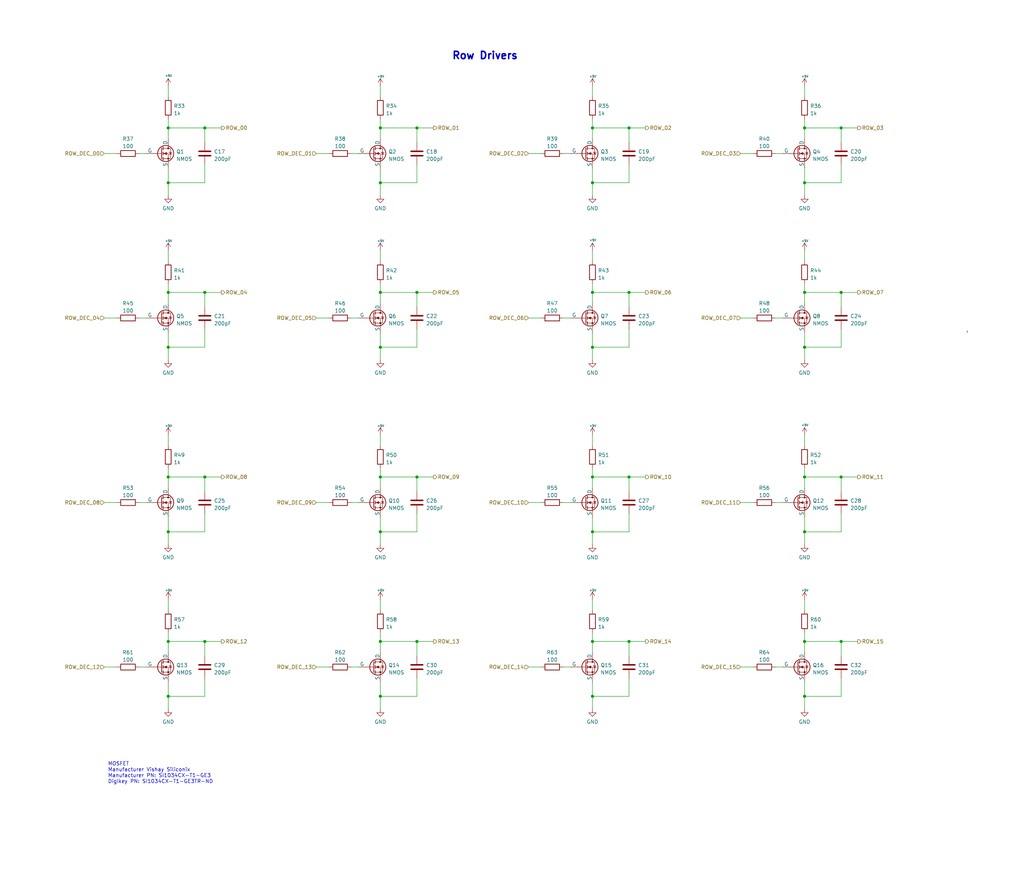
<source format=kicad_sch>
(kicad_sch (version 20250114) (generator "eeschema") (generator_version "9.0")
  (paper "User" 355.6 304.8)
  (lib_symbols
    (symbol "Device:C" (pin_numbers (hide yes)) (pin_names (offset 0.254))
      (property "Reference" "C" (at 0.635 2.54 0))
      (property "Value" "C" (at 0.635 -2.54 0))
      (symbol "C_0_1"
        (polyline (pts (xy -2.032 0.762) (xy 2.032 0.762)) (stroke (width 0.508)))
        (polyline (pts (xy -2.032 -0.762) (xy 2.032 -0.762)) (stroke (width 0.508)))
      )
      (symbol "C_1_1"
        (pin passive line (at 0 3.81 270) (length 2.794) (name "~") (number "1"))
        (pin passive line (at 0 -3.81 90) (length 2.794) (name "~") (number "2"))
      )
    )
    (symbol "Device:R" (pin_numbers (hide yes)) (pin_names (offset 0))
      (property "Reference" "R" (at 2.032 0 90))
      (property "Value" "R" (at 0 0 90))
      (symbol "R_0_1"
        (rectangle (start -1.016 -2.54) (end 1.016 2.54) (stroke (width 0.254)))
      )
      (symbol "R_1_1"
        (pin passive line (at 0 3.81 270) (length 1.27) (name "~") (number "1"))
        (pin passive line (at 0 -3.81 90) (length 1.27) (name "~") (number "2"))
      )
    )
    (symbol "panel_custom:NMOS" (pin_numbers (hide yes)) (pin_names (offset 0))
      (property "Reference" "Q" (at 5.08 1.27 0))
      (property "Value" "NMOS" (at 5.08 -1.27 0))
      (symbol "NMOS_0_1"
        (polyline (pts (xy 0.254 1.905) (xy 0.254 -1.905)) (stroke (width 0.254)))
        (polyline (pts (xy 0.254 0) (xy -2.54 0)))
        (polyline (pts (xy 0.762 2.286) (xy 0.762 1.27)) (stroke (width 0.254)))
        (polyline (pts (xy 0.762 0.508) (xy 0.762 -0.508)) (stroke (width 0.254)))
        (polyline (pts (xy 0.762 -1.27) (xy 0.762 -2.286)) (stroke (width 0.254)))
        (polyline (pts (xy 0.762 -1.778) (xy 3.302 -1.778) (xy 3.302 1.778) (xy 0.762 1.778)))
        (polyline (pts (xy 1.016 0) (xy 2.032 0.381) (xy 2.032 -0.381) (xy 1.016 0)) (fill (type outline)))
        (circle (center 1.651 0) (radius 2.794) (stroke (width 0.254)))
        (polyline (pts (xy 2.54 2.54) (xy 2.54 1.778)))
        (circle (center 2.54 1.778) (radius 0.254) (fill (type outline)))
        (circle (center 2.54 -1.778) (radius 0.254) (fill (type outline)))
        (polyline (pts (xy 2.54 -2.54) (xy 2.54 0) (xy 0.762 0)))
        (polyline (pts (xy 2.794 0.508) (xy 2.921 0.381) (xy 3.683 0.381) (xy 3.81 0.254)))
        (polyline (pts (xy 3.302 0.381) (xy 2.921 -0.254) (xy 3.683 -0.254) (xy 3.302 0.381)))
      )
      (symbol "NMOS_1_1"
        (pin input line (at -5.08 0 0) (length 2.54) (name "G") (number "2"))
        (pin passive line (at 2.54 5.08 270) (length 2.54) (name "D") (number "1"))
        (pin passive line (at 2.54 -5.08 90) (length 2.54) (name "S") (number "3"))
      )
    )
    (symbol "power:+5V" (power) (pin_names (offset 0))
      (property "Value" "+5V" (at 0 3.556 0))
      (symbol "+5V_0_1"
        (polyline (pts (xy -0.762 1.27) (xy 0 2.54)))
        (polyline (pts (xy 0 2.54) (xy 0.762 1.27)))
        (polyline (pts (xy 0 0) (xy 0 2.54)))
      )
      (symbol "+5V_1_1"
        (pin power_in line (at 0 0 90) (length 0) (hide yes) (name "+5V") (number "1"))
      )
    )
    (symbol "power:GND" (power) (pin_names (offset 0))
      (property "Value" "GND" (at 0 -3.81 0))
      (symbol "GND_0_1"
        (polyline (pts (xy 0 0) (xy 0 -1.27) (xy 1.27 -1.27) (xy 0 -2.54) (xy -1.27 -1.27) (xy 0 -1.27)))
      )
      (symbol "GND_1_1"
        (pin power_in line (at 0 0 270) (length 0) (hide yes) (name "GND") (number "1"))
      )
    )
  )
  (text "MOSFET\nManufacturer Vishay Siliconix\nManufacturer PN: SI1034CX-T1-GE3\nDigikey PN: SI1034CX-T1-GE3TR-ND\n" (at 37.465 272.415 0) (effects (font (size 1.27 1.27)) (justify left bottom)))
  (text "Row Drivers" (at 156.845 20.955 0) (effects (font (size 2.54 2.54) (thickness 0.508) (bold yes)) (justify left bottom)))
  (junction (at 71.12 165.735))
  (junction (at 292.1 165.735))
  (junction (at 144.78 44.45))
  (junction (at 205.74 241.935))
  (junction (at 205.74 44.45))
  (junction (at 144.78 101.6))
  (junction (at 58.42 184.785))
  (junction (at 132.08 184.785))
  (junction (at 144.78 222.885))
  (junction (at 132.08 165.735))
  (junction (at 279.4 222.885))
  (junction (at 132.08 63.5))
  (junction (at 58.42 63.5))
  (junction (at 205.74 184.785))
  (junction (at 279.4 120.65))
  (junction (at 58.42 241.935))
  (junction (at 132.08 101.6))
  (junction (at 132.08 44.45))
  (junction (at 58.42 222.885))
  (junction (at 205.74 165.735))
  (junction (at 279.4 241.935))
  (junction (at 71.12 222.885))
  (junction (at 279.4 63.5))
  (junction (at 58.42 165.735))
  (junction (at 279.4 165.735))
  (junction (at 205.74 120.65))
  (junction (at 132.08 222.885))
  (junction (at 279.4 101.6))
  (junction (at 58.42 44.45))
  (junction (at 71.12 44.45))
  (junction (at 218.44 101.6))
  (junction (at 279.4 44.45))
  (junction (at 218.44 44.45))
  (junction (at 132.08 241.935))
  (junction (at 292.1 222.885))
  (junction (at 279.4 184.785))
  (junction (at 218.44 165.735))
  (junction (at 132.08 120.65))
  (junction (at 292.1 44.45))
  (junction (at 205.74 63.5))
  (junction (at 71.12 101.6))
  (junction (at 144.78 165.735))
  (junction (at 292.1 101.6))
  (junction (at 205.74 222.885))
  (junction (at 58.42 101.6))
  (junction (at 58.42 120.65))
  (junction (at 205.74 101.6))
  (junction (at 218.44 222.885))
  (wire (pts (xy 144.78 222.885) (xy 150.495 222.885)))
  (wire (pts (xy 205.74 165.735) (xy 205.74 169.545)))
  (wire (pts (xy 58.42 29.845) (xy 58.42 33.655)))
  (wire (pts (xy 205.74 58.42) (xy 205.74 63.5)))
  (wire (pts (xy 205.74 222.885) (xy 218.44 222.885)))
  (wire (pts (xy 58.42 115.57) (xy 58.42 120.65)))
  (wire (pts (xy 218.44 241.935) (xy 218.44 235.585)))
  (wire (pts (xy 132.08 101.6) (xy 132.08 105.41)))
  (wire (pts (xy 279.4 165.735) (xy 292.1 165.735)))
  (wire (pts (xy 71.12 222.885) (xy 76.835 222.885)))
  (wire (pts (xy 58.42 151.13) (xy 58.42 154.94)))
  (wire (pts (xy 218.44 44.45) (xy 224.155 44.45)))
  (wire (pts (xy 205.74 208.28) (xy 205.74 212.09)))
  (wire (pts (xy 279.4 184.785) (xy 292.1 184.785)))
  (wire (pts (xy 109.855 110.49) (xy 114.3 110.49)))
  (wire (pts (xy 257.175 53.34) (xy 261.62 53.34)))
  (wire (pts (xy 132.08 44.45) (xy 144.78 44.45)))
  (wire (pts (xy 218.44 165.735) (xy 218.44 170.815)))
  (wire (pts (xy 58.42 44.45) (xy 58.42 48.26)))
  (wire (pts (xy 269.24 231.775) (xy 271.78 231.775)))
  (wire (pts (xy 144.78 165.735) (xy 144.78 170.815)))
  (wire (pts (xy 205.74 222.885) (xy 205.74 226.695)))
  (wire (pts (xy 109.855 174.625) (xy 114.3 174.625)))
  (wire (pts (xy 58.42 41.275) (xy 58.42 44.45)))
  (wire (pts (xy 279.4 222.885) (xy 292.1 222.885)))
  (wire (pts (xy 279.4 241.935) (xy 292.1 241.935)))
  (wire (pts (xy 132.08 222.885) (xy 132.08 226.695)))
  (wire (pts (xy 121.92 231.775) (xy 124.46 231.775)))
  (wire (pts (xy 132.08 165.735) (xy 144.78 165.735)))
  (wire (pts (xy 279.4 120.65) (xy 279.4 125.095)))
  (wire (pts (xy 132.08 162.56) (xy 132.08 165.735)))
  (wire (pts (xy 279.4 86.995) (xy 279.4 90.805)))
  (wire (pts (xy 58.42 44.45) (xy 71.12 44.45)))
  (wire (pts (xy 292.1 101.6) (xy 297.815 101.6)))
  (wire (pts (xy 292.1 184.785) (xy 292.1 178.435)))
  (wire (pts (xy 292.1 241.935) (xy 292.1 235.585)))
  (wire (pts (xy 132.08 98.425) (xy 132.08 101.6)))
  (wire (pts (xy 121.92 110.49) (xy 124.46 110.49)))
  (wire (pts (xy 292.1 165.735) (xy 292.1 170.815)))
  (wire (pts (xy 144.78 241.935) (xy 144.78 235.585)))
  (wire (pts (xy 292.1 44.45) (xy 292.1 49.53)))
  (wire (pts (xy 132.08 241.935) (xy 144.78 241.935)))
  (wire (pts (xy 205.74 44.45) (xy 218.44 44.45)))
  (wire (pts (xy 279.4 184.785) (xy 279.4 189.23)))
  (wire (pts (xy 205.74 86.995) (xy 205.74 90.805)))
  (wire (pts (xy 218.44 165.735) (xy 224.155 165.735)))
  (wire (pts (xy 205.74 184.785) (xy 205.74 189.23)))
  (wire (pts (xy 132.08 101.6) (xy 144.78 101.6)))
  (wire (pts (xy 58.42 179.705) (xy 58.42 184.785)))
  (wire (pts (xy 218.44 101.6) (xy 224.155 101.6)))
  (wire (pts (xy 58.42 86.995) (xy 58.42 90.805)))
  (wire (pts (xy 132.08 63.5) (xy 144.78 63.5)))
  (wire (pts (xy 71.12 241.935) (xy 71.12 235.585)))
  (wire (pts (xy 144.78 63.5) (xy 144.78 57.15)))
  (wire (pts (xy 269.24 53.34) (xy 271.78 53.34)))
  (wire (pts (xy 36.195 53.34) (xy 40.64 53.34)))
  (wire (pts (xy 58.42 184.785) (xy 71.12 184.785)))
  (wire (pts (xy 132.08 236.855) (xy 132.08 241.935)))
  (wire (pts (xy 279.4 162.56) (xy 279.4 165.735)))
  (wire (pts (xy 292.1 165.735) (xy 297.815 165.735)))
  (wire (pts (xy 58.42 241.935) (xy 71.12 241.935)))
  (wire (pts (xy 132.08 120.65) (xy 132.08 125.095)))
  (wire (pts (xy 132.08 184.785) (xy 132.08 189.23)))
  (wire (pts (xy 218.44 222.885) (xy 224.155 222.885)))
  (wire (pts (xy 71.12 44.45) (xy 76.835 44.45)))
  (wire (pts (xy 218.44 63.5) (xy 218.44 57.15)))
  (wire (pts (xy 48.26 231.775) (xy 50.8 231.775)))
  (wire (pts (xy 144.78 101.6) (xy 150.495 101.6)))
  (wire (pts (xy 58.42 63.5) (xy 58.42 67.945)))
  (wire (pts (xy 205.74 44.45) (xy 205.74 48.26)))
  (wire (pts (xy 71.12 165.735) (xy 76.835 165.735)))
  (wire (pts (xy 257.175 174.625) (xy 261.62 174.625)))
  (wire (pts (xy 257.175 231.775) (xy 261.62 231.775)))
  (wire (pts (xy 58.42 58.42) (xy 58.42 63.5)))
  (wire (pts (xy 279.4 241.935) (xy 279.4 246.38)))
  (wire (pts (xy 205.74 120.65) (xy 205.74 125.095)))
  (wire (pts (xy 279.4 222.885) (xy 279.4 226.695)))
  (wire (pts (xy 257.175 110.49) (xy 261.62 110.49)))
  (wire (pts (xy 109.855 53.34) (xy 114.3 53.34)))
  (wire (pts (xy 58.42 184.785) (xy 58.42 189.23)))
  (wire (pts (xy 279.4 44.45) (xy 292.1 44.45)))
  (wire (pts (xy 144.78 44.45) (xy 144.78 49.53)))
  (wire (pts (xy 205.74 29.845) (xy 205.74 33.655)))
  (wire (pts (xy 205.74 101.6) (xy 205.74 105.41)))
  (wire (pts (xy 195.58 231.775) (xy 198.12 231.775)))
  (wire (pts (xy 205.74 162.56) (xy 205.74 165.735)))
  (wire (pts (xy 132.08 184.785) (xy 144.78 184.785)))
  (wire (pts (xy 144.78 44.45) (xy 150.495 44.45)))
  (wire (pts (xy 58.42 241.935) (xy 58.42 246.38)))
  (wire (pts (xy 132.08 222.885) (xy 144.78 222.885)))
  (wire (pts (xy 205.74 63.5) (xy 205.74 67.945)))
  (wire (pts (xy 48.26 174.625) (xy 50.8 174.625)))
  (wire (pts (xy 58.42 101.6) (xy 58.42 105.41)))
  (wire (pts (xy 205.74 179.705) (xy 205.74 184.785)))
  (wire (pts (xy 58.42 236.855) (xy 58.42 241.935)))
  (wire (pts (xy 279.4 101.6) (xy 279.4 105.41)))
  (wire (pts (xy 71.12 222.885) (xy 71.12 227.965)))
  (wire (pts (xy 36.195 110.49) (xy 40.64 110.49)))
  (wire (pts (xy 279.4 44.45) (xy 279.4 48.26)))
  (wire (pts (xy 205.74 241.935) (xy 218.44 241.935)))
  (wire (pts (xy 279.4 151.13) (xy 279.4 154.94)))
  (wire (pts (xy 269.24 174.625) (xy 271.78 174.625)))
  (wire (pts (xy 279.4 208.28) (xy 279.4 212.09)))
  (wire (pts (xy 279.4 115.57) (xy 279.4 120.65)))
  (wire (pts (xy 205.74 120.65) (xy 218.44 120.65)))
  (wire (pts (xy 58.42 120.65) (xy 58.42 125.095)))
  (wire (pts (xy 48.26 110.49) (xy 50.8 110.49)))
  (wire (pts (xy 269.24 110.49) (xy 271.78 110.49)))
  (wire (pts (xy 205.74 165.735) (xy 218.44 165.735)))
  (wire (pts (xy 292.1 44.45) (xy 297.815 44.45)))
  (polyline (pts (xy 335.915 114.935) (xy 335.915 115.57)))
  (wire (pts (xy 58.42 98.425) (xy 58.42 101.6)))
  (wire (pts (xy 205.74 41.275) (xy 205.74 44.45)))
  (wire (pts (xy 132.08 41.275) (xy 132.08 44.45)))
  (wire (pts (xy 279.4 63.5) (xy 279.4 67.945)))
  (wire (pts (xy 58.42 162.56) (xy 58.42 165.735)))
  (wire (pts (xy 58.42 120.65) (xy 71.12 120.65)))
  (wire (pts (xy 292.1 120.65) (xy 292.1 114.3)))
  (wire (pts (xy 195.58 110.49) (xy 198.12 110.49)))
  (wire (pts (xy 279.4 236.855) (xy 279.4 241.935)))
  (wire (pts (xy 205.74 219.71) (xy 205.74 222.885)))
  (wire (pts (xy 183.515 174.625) (xy 187.96 174.625)))
  (wire (pts (xy 205.74 151.13) (xy 205.74 154.94)))
  (wire (pts (xy 205.74 63.5) (xy 218.44 63.5)))
  (wire (pts (xy 218.44 101.6) (xy 218.44 106.68)))
  (wire (pts (xy 279.4 63.5) (xy 292.1 63.5)))
  (wire (pts (xy 48.26 53.34) (xy 50.8 53.34)))
  (wire (pts (xy 218.44 120.65) (xy 218.44 114.3)))
  (wire (pts (xy 279.4 41.275) (xy 279.4 44.45)))
  (wire (pts (xy 71.12 44.45) (xy 71.12 49.53)))
  (wire (pts (xy 71.12 165.735) (xy 71.12 170.815)))
  (wire (pts (xy 121.92 53.34) (xy 124.46 53.34)))
  (wire (pts (xy 279.4 179.705) (xy 279.4 184.785)))
  (wire (pts (xy 279.4 98.425) (xy 279.4 101.6)))
  (wire (pts (xy 132.08 208.28) (xy 132.08 212.09)))
  (wire (pts (xy 132.08 151.13) (xy 132.08 154.94)))
  (wire (pts (xy 279.4 101.6) (xy 292.1 101.6)))
  (wire (pts (xy 132.08 179.705) (xy 132.08 184.785)))
  (wire (pts (xy 292.1 222.885) (xy 292.1 227.965)))
  (wire (pts (xy 132.08 120.65) (xy 144.78 120.65)))
  (wire (pts (xy 144.78 222.885) (xy 144.78 227.965)))
  (wire (pts (xy 218.44 222.885) (xy 218.44 227.965)))
  (wire (pts (xy 132.08 29.845) (xy 132.08 33.655)))
  (wire (pts (xy 58.42 165.735) (xy 71.12 165.735)))
  (wire (pts (xy 71.12 184.785) (xy 71.12 178.435)))
  (wire (pts (xy 58.42 222.885) (xy 58.42 226.695)))
  (wire (pts (xy 218.44 44.45) (xy 218.44 49.53)))
  (wire (pts (xy 205.74 184.785) (xy 218.44 184.785)))
  (wire (pts (xy 144.78 101.6) (xy 144.78 106.68)))
  (wire (pts (xy 132.08 241.935) (xy 132.08 246.38)))
  (wire (pts (xy 205.74 101.6) (xy 218.44 101.6)))
  (wire (pts (xy 58.42 219.71) (xy 58.42 222.885)))
  (wire (pts (xy 132.08 219.71) (xy 132.08 222.885)))
  (wire (pts (xy 71.12 101.6) (xy 76.835 101.6)))
  (wire (pts (xy 36.195 231.775) (xy 40.64 231.775)))
  (wire (pts (xy 205.74 98.425) (xy 205.74 101.6)))
  (wire (pts (xy 205.74 241.935) (xy 205.74 246.38)))
  (wire (pts (xy 109.855 231.775) (xy 114.3 231.775)))
  (wire (pts (xy 279.4 120.65) (xy 292.1 120.65)))
  (wire (pts (xy 279.4 219.71) (xy 279.4 222.885)))
  (wire (pts (xy 218.44 184.785) (xy 218.44 178.435)))
  (wire (pts (xy 144.78 120.65) (xy 144.78 114.3)))
  (wire (pts (xy 183.515 231.775) (xy 187.96 231.775)))
  (wire (pts (xy 279.4 58.42) (xy 279.4 63.5)))
  (wire (pts (xy 132.08 44.45) (xy 132.08 48.26)))
  (wire (pts (xy 71.12 63.5) (xy 71.12 57.15)))
  (wire (pts (xy 205.74 236.855) (xy 205.74 241.935)))
  (wire (pts (xy 36.195 174.625) (xy 40.64 174.625)))
  (wire (pts (xy 121.92 174.625) (xy 124.46 174.625)))
  (wire (pts (xy 58.42 208.28) (xy 58.42 212.09)))
  (wire (pts (xy 292.1 222.885) (xy 297.815 222.885)))
  (wire (pts (xy 132.08 165.735) (xy 132.08 169.545)))
  (wire (pts (xy 132.08 63.5) (xy 132.08 67.945)))
  (wire (pts (xy 279.4 165.735) (xy 279.4 169.545)))
  (wire (pts (xy 132.08 58.42) (xy 132.08 63.5)))
  (wire (pts (xy 144.78 184.785) (xy 144.78 178.435)))
  (wire (pts (xy 58.42 222.885) (xy 71.12 222.885)))
  (wire (pts (xy 279.4 29.845) (xy 279.4 33.655)))
  (wire (pts (xy 132.08 86.995) (xy 132.08 90.805)))
  (wire (pts (xy 183.515 110.49) (xy 187.96 110.49)))
  (wire (pts (xy 195.58 53.34) (xy 198.12 53.34)))
  (wire (pts (xy 292.1 63.5) (xy 292.1 57.15)))
  (wire (pts (xy 71.12 101.6) (xy 71.12 106.68)))
  (wire (pts (xy 58.42 165.735) (xy 58.42 169.545)))
  (wire (pts (xy 58.42 101.6) (xy 71.12 101.6)))
  (wire (pts (xy 144.78 165.735) (xy 150.495 165.735)))
  (wire (pts (xy 58.42 63.5) (xy 71.12 63.5)))
  (wire (pts (xy 132.08 115.57) (xy 132.08 120.65)))
  (wire (pts (xy 292.1 101.6) (xy 292.1 106.68)))
  (wire (pts (xy 183.515 53.34) (xy 187.96 53.34)))
  (wire (pts (xy 71.12 120.65) (xy 71.12 114.3)))
  (wire (pts (xy 195.58 174.625) (xy 198.12 174.625)))
  (wire (pts (xy 205.74 115.57) (xy 205.74 120.65)))
  (hierarchical_label "ROW_DEC_07" (shape input) (at 257.175 110.49 180))
  (hierarchical_label "ROW_13" (shape output) (at 150.495 222.885 0))
  (hierarchical_label "ROW_DEC_06" (shape input) (at 183.515 110.49 180))
  (hierarchical_label "ROW_10" (shape output) (at 224.155 165.735 0))
  (hierarchical_label "ROW_DEC_08" (shape input) (at 36.195 174.625 180))
  (hierarchical_label "ROW_DEC_15" (shape input) (at 257.175 231.775 180))
  (hierarchical_label "ROW_DEC_14" (shape input) (at 183.515 231.775 180))
  (hierarchical_label "ROW_DEC_05" (shape input) (at 109.855 110.49 180))
  (hierarchical_label "ROW_DEC_09" (shape input) (at 109.855 174.625 180))
  (hierarchical_label "ROW_DEC_11" (shape input) (at 257.175 174.625 180))
  (hierarchical_label "ROW_02" (shape output) (at 224.155 44.45 0))
  (hierarchical_label "ROW_DEC_01" (shape input) (at 109.855 53.34 180))
  (hierarchical_label "ROW_09" (shape output) (at 150.495 165.735 0))
  (hierarchical_label "ROW_DEC_10" (shape input) (at 183.515 174.625 180))
  (hierarchical_label "ROW_15" (shape output) (at 297.815 222.885 0))
  (hierarchical_label "ROW_08" (shape output) (at 76.835 165.735 0))
  (hierarchical_label "ROW_04" (shape output) (at 76.835 101.6 0))
  (hierarchical_label "ROW_DEC_04" (shape input) (at 36.195 110.49 180))
  (hierarchical_label "ROW_01" (shape output) (at 150.495 44.45 0))
  (hierarchical_label "ROW_DEC_00" (shape input) (at 36.195 53.34 180))
  (hierarchical_label "ROW_03" (shape output) (at 297.815 44.45 0))
  (hierarchical_label "ROW_07" (shape output) (at 297.815 101.6 0))
  (hierarchical_label "ROW_11" (shape output) (at 297.815 165.735 0))
  (hierarchical_label "ROW_00" (shape output) (at 76.835 44.45 0))
  (hierarchical_label "ROW_DEC_12" (shape input) (at 36.195 231.775 180))
  (hierarchical_label "ROW_14" (shape output) (at 224.155 222.885 0))
  (hierarchical_label "ROW_DEC_13" (shape input) (at 109.855 231.775 180))
  (hierarchical_label "ROW_12" (shape output) (at 76.835 222.885 0))
  (hierarchical_label "ROW_DEC_02" (shape input) (at 183.515 53.34 180))
  (hierarchical_label "ROW_DEC_03" (shape input) (at 257.175 53.34 180))
  (hierarchical_label "ROW_06" (shape output) (at 224.155 101.6 0))
  (hierarchical_label "ROW_05" (shape output) (at 150.495 101.6 0))
  (symbol (lib_id "Device:C") (at 218.44 110.49 0) (unit 1)
    (property "Reference" "C23" (at 221.615 109.855 0) (effects (justify left)))
    (property "Value" "200pF" (at 221.615 112.395 0) (effects (justify left)))
    (property "Footprint" "panel_custom:C_0201_0603Metric" (effects (hide yes)))
  )
  (symbol (lib_id "power:+5V") (at 58.42 86.995 0) (unit 1)
    (property "Reference" "#PWR026" (effects (hide yes)))
    (property "Value" "+5V" (at 58.547 83.693 0) (effects (font (size 0.762 0.762))))
    (instances (project "panel" (path "" (reference "#PWR021") (unit 1)) (path "" (reference "#PWR026") (unit 1))))
  )
  (symbol (lib_id "power:GND") (at 132.08 246.38 0) (unit 1)
    (property "Reference" "#PWR047" (effects (hide yes)))
    (property "Value" "GND" (at 132.08 250.825 0))
    (instances (project "panel" (path "" (reference "#PWR020") (unit 1)) (path "" (reference "#PWR047") (unit 1))))
  )
  (symbol (lib_id "panel_custom:NMOS") (at 55.88 53.34 0) (unit 1)
    (property "Reference" "Q1" (at 61.214 52.705 0) (effects (justify left)))
    (property "Value" "NMOS" (at 61.214 55.245 0) (effects (justify left)))
    (property "Sim.Device" "NMOS" (effects (hide yes)))
    (property "Sim.Type" "VDMOS" (effects (hide yes)))
    (property "Sim.Pins" "1=D 2=G 3=S" (effects (hide yes)))
  )
  (symbol (lib_id "panel_custom:NMOS") (at 276.86 231.775 0) (unit 1)
    (property "Reference" "Q16" (at 282.194 231.14 0) (effects (justify left)))
    (property "Value" "NMOS" (at 282.194 233.68 0) (effects (justify left)))
    (property "Sim.Device" "NMOS" (effects (hide yes)))
    (property "Sim.Type" "VDMOS" (effects (hide yes)))
    (property "Sim.Pins" "1=D 2=G 3=S" (effects (hide yes)))
  )
  (symbol (lib_id "panel_custom:NMOS") (at 203.2 110.49 0) (unit 1)
    (property "Reference" "Q7" (at 208.534 109.855 0) (effects (justify left)))
    (property "Value" "NMOS" (at 208.534 112.395 0) (effects (justify left)))
    (property "Sim.Device" "NMOS" (effects (hide yes)))
    (property "Sim.Type" "VDMOS" (effects (hide yes)))
    (property "Sim.Pins" "1=D 2=G 3=S" (effects (hide yes)))
  )
  (symbol (lib_id "Device:R") (at 191.77 174.625 90) (unit 1)
    (property "Reference" "R55" (at 191.77 169.545 90))
    (property "Value" "100" (at 191.77 172.085 90))
    (property "Footprint" "panel_custom:R_0201_0603Metric" (effects (hide yes)))
  )
  (symbol (lib_id "Device:R") (at 118.11 174.625 90) (unit 1)
    (property "Reference" "R54" (at 118.11 169.545 90))
    (property "Value" "100" (at 118.11 172.085 90))
    (property "Footprint" "panel_custom:R_0201_0603Metric" (effects (hide yes)))
  )
  (symbol (lib_id "Device:C") (at 71.12 53.34 0) (unit 1)
    (property "Reference" "C17" (at 74.295 52.705 0) (effects (justify left)))
    (property "Value" "200pF" (at 74.295 55.245 0) (effects (justify left)))
    (property "Footprint" "panel_custom:C_0201_0603Metric" (effects (hide yes)))
  )
  (symbol (lib_id "Device:R") (at 265.43 231.775 90) (unit 1)
    (property "Reference" "R64" (at 265.43 226.695 90))
    (property "Value" "100" (at 265.43 229.235 90))
    (property "Footprint" "panel_custom:R_0201_0603Metric" (effects (hide yes)))
  )
  (symbol (lib_id "power:GND") (at 132.08 125.095 0) (unit 1)
    (property "Reference" "#PWR031" (effects (hide yes)))
    (property "Value" "GND" (at 132.08 129.54 0))
    (instances (project "panel" (path "" (reference "#PWR036") (unit 1)) (path "" (reference "#PWR031") (unit 1))))
  )
  (symbol (lib_id "panel_custom:NMOS") (at 203.2 231.775 0) (unit 1)
    (property "Reference" "Q15" (at 208.534 231.14 0) (effects (justify left)))
    (property "Value" "NMOS" (at 208.534 233.68 0) (effects (justify left)))
    (property "Sim.Device" "NMOS" (effects (hide yes)))
    (property "Sim.Type" "VDMOS" (effects (hide yes)))
    (property "Sim.Pins" "1=D 2=G 3=S" (effects (hide yes)))
  )
  (symbol (lib_id "Device:R") (at 205.74 94.615 0) (unit 1)
    (property "Reference" "R43" (at 207.645 93.98 0) (effects (justify left)))
    (property "Value" "1k" (at 207.645 96.52 0) (effects (justify left)))
    (property "Footprint" "panel_custom:R_0201_0603Metric" (effects (hide yes)))
  )
  (symbol (lib_id "power:+5V") (at 58.42 208.28 0) (unit 1)
    (property "Reference" "#PWR042" (effects (hide yes)))
    (property "Value" "+5V" (at 58.547 205.105 0) (effects (font (size 0.762 0.762))))
    (instances (project "panel" (path "" (reference "#PWR025") (unit 1)) (path "" (reference "#PWR042") (unit 1))))
  )
  (symbol (lib_id "power:GND") (at 205.74 67.945 0) (unit 1)
    (property "Reference" "#PWR024" (effects (hide yes)))
    (property "Value" "GND" (at 205.74 72.39 0))
    (instances (project "panel" (path "" (reference "#PWR046") (unit 1)) (path "" (reference "#PWR024") (unit 1))))
  )
  (symbol (lib_id "Device:R") (at 58.42 94.615 0) (unit 1)
    (property "Reference" "R41" (at 60.325 93.98 0) (effects (justify left)))
    (property "Value" "1k" (at 60.325 96.52 0) (effects (justify left)))
    (property "Footprint" "panel_custom:R_0201_0603Metric" (effects (hide yes)))
  )
  (symbol (lib_id "power:+5V") (at 279.4 86.995 0) (unit 1)
    (property "Reference" "#PWR029" (effects (hide yes)))
    (property "Value" "+5V" (at 279.527 83.693 0) (effects (font (size 0.762 0.762))))
    (instances (project "panel" (path "" (reference "#PWR045") (unit 1)) (path "" (reference "#PWR029") (unit 1))))
  )
  (symbol (lib_id "power:+5V") (at 132.08 151.13 0) (unit 1)
    (property "Reference" "#PWR035" (effects (hide yes)))
    (property "Value" "+5V" (at 132.207 147.955 0) (effects (font (size 0.762 0.762))))
    (instances (project "panel" (path "" (reference "#PWR031") (unit 1)) (path "" (reference "#PWR035") (unit 1))))
  )
  (symbol (lib_id "Device:R") (at 44.45 53.34 90) (unit 1)
    (property "Reference" "R37" (at 44.45 48.26 90))
    (property "Value" "100" (at 44.45 50.8 90))
    (property "Footprint" "panel_custom:R_0201_0603Metric" (effects (hide yes)))
  )
  (symbol (lib_id "Device:C") (at 218.44 231.775 0) (unit 1)
    (property "Reference" "C31" (at 221.615 231.14 0) (effects (justify left)))
    (property "Value" "200pF" (at 221.615 233.68 0) (effects (justify left)))
    (property "Footprint" "panel_custom:C_0201_0603Metric" (effects (hide yes)))
  )
  (symbol (lib_id "Device:R") (at 279.4 94.615 0) (unit 1)
    (property "Reference" "R44" (at 281.305 93.98 0) (effects (justify left)))
    (property "Value" "1k" (at 281.305 96.52 0) (effects (justify left)))
    (property "Footprint" "panel_custom:R_0201_0603Metric" (effects (hide yes)))
  )
  (symbol (lib_id "Device:R") (at 279.4 37.465 0) (unit 1)
    (property "Reference" "R36" (at 281.305 36.83 0) (effects (justify left)))
    (property "Value" "1k" (at 281.305 39.37 0) (effects (justify left)))
    (property "Footprint" "panel_custom:R_0201_0603Metric" (effects (hide yes)))
  )
  (symbol (lib_id "panel_custom:NMOS") (at 203.2 53.34 0) (unit 1)
    (property "Reference" "Q3" (at 208.534 52.705 0) (effects (justify left)))
    (property "Value" "NMOS" (at 208.534 55.245 0) (effects (justify left)))
    (property "Sim.Device" "NMOS" (effects (hide yes)))
    (property "Sim.Type" "VDMOS" (effects (hide yes)))
    (property "Sim.Pins" "1=D 2=G 3=S" (effects (hide yes)))
  )
  (symbol (lib_id "Device:R") (at 205.74 215.9 0) (unit 1)
    (property "Reference" "R59" (at 207.645 215.265 0) (effects (justify left)))
    (property "Value" "1k" (at 207.645 217.805 0) (effects (justify left)))
    (property "Footprint" "panel_custom:R_0201_0603Metric" (effects (hide yes)))
  )
  (symbol (lib_id "panel_custom:NMOS") (at 276.86 174.625 0) (unit 1)
    (property "Reference" "Q12" (at 282.194 173.99 0) (effects (justify left)))
    (property "Value" "NMOS" (at 282.194 176.53 0) (effects (justify left)))
    (property "Sim.Device" "NMOS" (effects (hide yes)))
    (property "Sim.Type" "VDMOS" (effects (hide yes)))
    (property "Sim.Pins" "1=D 2=G 3=S" (effects (hide yes)))
  )
  (symbol (lib_id "panel_custom:NMOS") (at 129.54 53.34 0) (unit 1)
    (property "Reference" "Q2" (at 134.874 52.705 0) (effects (justify left)))
    (property "Value" "NMOS" (at 134.874 55.245 0) (effects (justify left)))
    (property "Sim.Device" "NMOS" (effects (hide yes)))
    (property "Sim.Type" "VDMOS" (effects (hide yes)))
    (property "Sim.Pins" "1=D 2=G 3=S" (effects (hide yes)))
  )
  (symbol (lib_id "Device:R") (at 279.4 158.75 0) (unit 1)
    (property "Reference" "R52" (at 281.305 158.115 0) (effects (justify left)))
    (property "Value" "1k" (at 281.305 160.655 0) (effects (justify left)))
    (property "Footprint" "panel_custom:R_0201_0603Metric" (effects (hide yes)))
  )
  (symbol (lib_id "power:GND") (at 279.4 246.38 0) (unit 1)
    (property "Reference" "#PWR049" (effects (hide yes)))
    (property "Value" "GND" (at 279.4 250.825 0))
    (instances (project "panel" (path "" (reference "#PWR024") (unit 1)) (path "" (reference "#PWR049") (unit 1))))
  )
  (symbol (lib_id "power:GND") (at 58.42 67.945 0) (unit 1)
    (property "Reference" "#PWR022" (effects (hide yes)))
    (property "Value" "GND" (at 58.42 72.39 0))
    (instances (project "panel" (path "" (reference "#PWR042") (unit 1)) (path "" (reference "#PWR022") (unit 1))))
  )
  (symbol (lib_id "Device:C") (at 292.1 53.34 0) (unit 1)
    (property "Reference" "C20" (at 295.275 52.705 0) (effects (justify left)))
    (property "Value" "200pF" (at 295.275 55.245 0) (effects (justify left)))
    (property "Footprint" "panel_custom:C_0201_0603Metric" (effects (hide yes)))
  )
  (symbol (lib_id "Device:C") (at 218.44 53.34 0) (unit 1)
    (property "Reference" "C19" (at 221.615 52.705 0) (effects (justify left)))
    (property "Value" "200pF" (at 221.615 55.245 0) (effects (justify left)))
    (property "Footprint" "panel_custom:C_0201_0603Metric" (effects (hide yes)))
  )
  (symbol (lib_id "Device:C") (at 71.12 231.775 0) (unit 1)
    (property "Reference" "C29" (at 74.295 231.14 0) (effects (justify left)))
    (property "Value" "200pF" (at 74.295 233.68 0) (effects (justify left)))
    (property "Footprint" "panel_custom:C_0201_0603Metric" (effects (hide yes)))
  )
  (symbol (lib_id "power:GND") (at 58.42 125.095 0) (unit 1)
    (property "Reference" "#PWR030" (effects (hide yes)))
    (property "Value" "GND" (at 58.42 129.54 0))
    (instances (project "panel" (path "" (reference "#PWR034") (unit 1)) (path "" (reference "#PWR030") (unit 1))))
  )
  (symbol (lib_id "Device:C") (at 144.78 53.34 0) (unit 1)
    (property "Reference" "C18" (at 147.955 52.705 0) (effects (justify left)))
    (property "Value" "200pF" (at 147.955 55.245 0) (effects (justify left)))
    (property "Footprint" "panel_custom:C_0201_0603Metric" (effects (hide yes)))
  )
  (symbol (lib_id "power:GND") (at 205.74 246.38 0) (unit 1)
    (property "Reference" "#PWR048" (effects (hide yes)))
    (property "Value" "GND" (at 205.74 250.825 0))
    (instances (project "panel" (path "" (reference "#PWR022") (unit 1)) (path "" (reference "#PWR048") (unit 1))))
  )
  (symbol (lib_id "power:GND") (at 132.08 67.945 0) (unit 1)
    (property "Reference" "#PWR023" (effects (hide yes)))
    (property "Value" "GND" (at 132.08 72.39 0))
    (instances (project "panel" (path "" (reference "#PWR044") (unit 1)) (path "" (reference "#PWR023") (unit 1))))
  )
  (symbol (lib_id "Device:R") (at 132.08 94.615 0) (unit 1)
    (property "Reference" "R42" (at 133.985 93.98 0) (effects (justify left)))
    (property "Value" "1k" (at 133.985 96.52 0) (effects (justify left)))
    (property "Footprint" "panel_custom:R_0201_0603Metric" (effects (hide yes)))
  )
  (symbol (lib_id "Device:R") (at 265.43 174.625 90) (unit 1)
    (property "Reference" "R56" (at 265.43 169.545 90))
    (property "Value" "100" (at 265.43 172.085 90))
    (property "Footprint" "panel_custom:R_0201_0603Metric" (effects (hide yes)))
  )
  (symbol (lib_id "power:GND") (at 205.74 125.095 0) (unit 1)
    (property "Reference" "#PWR032" (effects (hide yes)))
    (property "Value" "GND" (at 205.74 129.54 0))
    (instances (project "panel" (path "" (reference "#PWR038") (unit 1)) (path "" (reference "#PWR032") (unit 1))))
  )
  (symbol (lib_id "Device:C") (at 292.1 110.49 0) (unit 1)
    (property "Reference" "C24" (at 295.275 109.855 0) (effects (justify left)))
    (property "Value" "200pF" (at 295.275 112.395 0) (effects (justify left)))
    (property "Footprint" "panel_custom:C_0201_0603Metric" (effects (hide yes)))
  )
  (symbol (lib_id "Device:R") (at 191.77 231.775 90) (unit 1)
    (property "Reference" "R63" (at 191.77 226.695 90))
    (property "Value" "100" (at 191.77 229.235 90))
    (property "Footprint" "panel_custom:R_0201_0603Metric" (effects (hide yes)))
  )
  (symbol (lib_id "Device:R") (at 58.42 37.465 0) (unit 1)
    (property "Reference" "R33" (at 60.325 36.83 0) (effects (justify left)))
    (property "Value" "1k" (at 60.325 39.37 0) (effects (justify left)))
    (property "Footprint" "panel_custom:R_0201_0603Metric" (effects (hide yes)))
  )
  (symbol (lib_id "panel_custom:NMOS") (at 55.88 174.625 0) (unit 1)
    (property "Reference" "Q9" (at 61.214 173.99 0) (effects (justify left)))
    (property "Value" "NMOS" (at 61.214 176.53 0) (effects (justify left)))
    (property "Sim.Device" "NMOS" (effects (hide yes)))
    (property "Sim.Type" "VDMOS" (effects (hide yes)))
    (property "Sim.Pins" "1=D 2=G 3=S" (effects (hide yes)))
  )
  (symbol (lib_id "power:+5V") (at 279.4 151.13 0) (unit 1)
    (property "Reference" "#PWR037" (effects (hide yes)))
    (property "Value" "+5V" (at 279.527 147.701 0) (effects (font (size 0.762 0.762))))
    (instances (project "panel" (path "" (reference "#PWR047") (unit 1)) (path "" (reference "#PWR037") (unit 1))))
  )
  (symbol (lib_id "Device:R") (at 205.74 37.465 0) (unit 1)
    (property "Reference" "R35" (at 207.645 36.83 0) (effects (justify left)))
    (property "Value" "1k" (at 207.645 39.37 0) (effects (justify left)))
    (property "Footprint" "panel_custom:R_0201_0603Metric" (effects (hide yes)))
  )
  (symbol (lib_id "Device:R") (at 279.4 215.9 0) (unit 1)
    (property "Reference" "R60" (at 281.305 215.265 0) (effects (justify left)))
    (property "Value" "1k" (at 281.305 217.805 0) (effects (justify left)))
    (property "Footprint" "panel_custom:R_0201_0603Metric" (effects (hide yes)))
  )
  (symbol (lib_id "power:+5V") (at 132.08 86.995 0) (unit 1)
    (property "Reference" "#PWR027" (effects (hide yes)))
    (property "Value" "+5V" (at 132.207 83.693 0) (effects (font (size 0.762 0.762))))
    (instances (project "panel" (path "" (reference "#PWR029") (unit 1)) (path "" (reference "#PWR027") (unit 1))))
  )
  (symbol (lib_id "Device:C") (at 292.1 174.625 0) (unit 1)
    (property "Reference" "C28" (at 295.275 173.99 0) (effects (justify left)))
    (property "Value" "200pF" (at 295.275 176.53 0) (effects (justify left)))
    (property "Footprint" "panel_custom:C_0201_0603Metric" (effects (hide yes)))
  )
  (symbol (lib_id "panel_custom:NMOS") (at 276.86 110.49 0) (unit 1)
    (property "Reference" "Q8" (at 282.194 109.855 0) (effects (justify left)))
    (property "Value" "NMOS" (at 282.194 112.395 0) (effects (justify left)))
    (property "Sim.Device" "NMOS" (effects (hide yes)))
    (property "Sim.Type" "VDMOS" (effects (hide yes)))
    (property "Sim.Pins" "1=D 2=G 3=S" (effects (hide yes)))
  )
  (symbol (lib_id "panel_custom:NMOS") (at 129.54 174.625 0) (unit 1)
    (property "Reference" "Q10" (at 134.874 173.99 0) (effects (justify left)))
    (property "Value" "NMOS" (at 134.874 176.53 0) (effects (justify left)))
    (property "Sim.Device" "NMOS" (effects (hide yes)))
    (property "Sim.Type" "VDMOS" (effects (hide yes)))
    (property "Sim.Pins" "1=D 2=G 3=S" (effects (hide yes)))
  )
  (symbol (lib_id "Device:R") (at 58.42 158.75 0) (unit 1)
    (property "Reference" "R49" (at 60.325 158.115 0) (effects (justify left)))
    (property "Value" "1k" (at 60.325 160.655 0) (effects (justify left)))
    (property "Footprint" "panel_custom:R_0201_0603Metric" (effects (hide yes)))
  )
  (symbol (lib_id "power:GND") (at 58.42 189.23 0) (unit 1)
    (property "Reference" "#PWR038" (effects (hide yes)))
    (property "Value" "GND" (at 58.42 193.675 0))
    (instances (project "panel" (path "" (reference "#PWR026") (unit 1)) (path "" (reference "#PWR038") (unit 1))))
  )
  (symbol (lib_id "power:+5V") (at 205.74 29.845 0) (unit 1)
    (property "Reference" "#PWR020" (effects (hide yes)))
    (property "Value" "+5V" (at 205.867 26.543 0) (effects (font (size 0.762 0.762))))
    (instances (project "panel" (path "" (reference "#PWR035") (unit 1)) (path "" (reference "#PWR020") (unit 1))))
  )
  (symbol (lib_id "Device:R") (at 191.77 53.34 90) (unit 1)
    (property "Reference" "R39" (at 191.77 48.26 90))
    (property "Value" "100" (at 191.77 50.8 90))
    (property "Footprint" "panel_custom:R_0201_0603Metric" (effects (hide yes)))
  )
  (symbol (lib_id "panel_custom:NMOS") (at 129.54 231.775 0) (unit 1)
    (property "Reference" "Q14" (at 134.874 231.14 0) (effects (justify left)))
    (property "Value" "NMOS" (at 134.874 233.68 0) (effects (justify left)))
    (property "Sim.Device" "NMOS" (effects (hide yes)))
    (property "Sim.Type" "VDMOS" (effects (hide yes)))
    (property "Sim.Pins" "1=D 2=G 3=S" (effects (hide yes)))
  )
  (symbol (lib_id "Device:C") (at 71.12 110.49 0) (unit 1)
    (property "Reference" "C21" (at 74.295 109.855 0) (effects (justify left)))
    (property "Value" "200pF" (at 74.295 112.395 0) (effects (justify left)))
    (property "Footprint" "panel_custom:C_0201_0603Metric" (effects (hide yes)))
  )
  (symbol (lib_id "Device:R") (at 58.42 215.9 0) (unit 1)
    (property "Reference" "R57" (at 60.325 215.265 0) (effects (justify left)))
    (property "Value" "1k" (at 60.325 217.805 0) (effects (justify left)))
    (property "Footprint" "panel_custom:R_0201_0603Metric" (effects (hide yes)))
  )
  (symbol (lib_id "Device:R") (at 265.43 53.34 90) (unit 1)
    (property "Reference" "R40" (at 265.43 48.26 90))
    (property "Value" "100" (at 265.43 50.8 90))
    (property "Footprint" "panel_custom:R_0201_0603Metric" (effects (hide yes)))
  )
  (symbol (lib_id "Device:R") (at 132.08 158.75 0) (unit 1)
    (property "Reference" "R50" (at 133.985 158.115 0) (effects (justify left)))
    (property "Value" "1k" (at 133.985 160.655 0) (effects (justify left)))
    (property "Footprint" "panel_custom:R_0201_0603Metric" (effects (hide yes)))
  )
  (symbol (lib_id "power:GND") (at 58.42 246.38 0) (unit 1)
    (property "Reference" "#PWR046" (effects (hide yes)))
    (property "Value" "GND" (at 58.42 250.825 0))
    (instances (project "panel" (path "" (reference "#PWR017") (unit 1)) (path "" (reference "#PWR046") (unit 1))))
  )
  (symbol (lib_id "power:+5V") (at 132.08 208.28 0) (unit 1)
    (property "Reference" "#PWR043" (effects (hide yes)))
    (property "Value" "+5V" (at 132.207 205.105 0) (effects (font (size 0.762 0.762))))
    (instances (project "panel" (path "" (reference "#PWR033") (unit 1)) (path "" (reference "#PWR043") (unit 1))))
  )
  (symbol (lib_id "Device:C") (at 292.1 231.775 0) (unit 1)
    (property "Reference" "C32" (at 295.275 231.14 0) (effects (justify left)))
    (property "Value" "200pF" (at 295.275 233.68 0) (effects (justify left)))
    (property "Footprint" "panel_custom:C_0201_0603Metric" (effects (hide yes)))
  )
  (symbol (lib_id "power:GND") (at 132.08 189.23 0) (unit 1)
    (property "Reference" "#PWR039" (effects (hide yes)))
    (property "Value" "GND" (at 132.08 193.675 0))
    (instances (project "panel" (path "" (reference "#PWR028") (unit 1)) (path "" (reference "#PWR039") (unit 1))))
  )
  (symbol (lib_id "Device:C") (at 144.78 110.49 0) (unit 1)
    (property "Reference" "C22" (at 147.955 109.855 0) (effects (justify left)))
    (property "Value" "200pF" (at 147.955 112.395 0) (effects (justify left)))
    (property "Footprint" "panel_custom:C_0201_0603Metric" (effects (hide yes)))
  )
  (symbol (lib_id "power:+5V") (at 132.08 29.845 0) (unit 1)
    (property "Reference" "#PWR019" (effects (hide yes)))
    (property "Value" "+5V" (at 132.207 26.543 0) (effects (font (size 0.762 0.762))))
    (instances (project "panel" (path "" (reference "#PWR027") (unit 1)) (path "" (reference "#PWR019") (unit 1))))
  )
  (symbol (lib_id "panel_custom:NMOS") (at 129.54 110.49 0) (unit 1)
    (property "Reference" "Q6" (at 134.874 109.855 0) (effects (justify left)))
    (property "Value" "NMOS" (at 134.874 112.395 0) (effects (justify left)))
    (property "Sim.Device" "NMOS" (effects (hide yes)))
    (property "Sim.Type" "VDMOS" (effects (hide yes)))
    (property "Sim.Pins" "1=D 2=G 3=S" (effects (hide yes)))
  )
  (symbol (lib_id "Device:C") (at 144.78 174.625 0) (unit 1)
    (property "Reference" "C26" (at 147.955 173.99 0) (effects (justify left)))
    (property "Value" "200pF" (at 147.955 176.53 0) (effects (justify left)))
    (property "Footprint" "panel_custom:C_0201_0603Metric" (effects (hide yes)))
  )
  (symbol (lib_id "Device:R") (at 265.43 110.49 90) (unit 1)
    (property "Reference" "R48" (at 265.43 105.41 90))
    (property "Value" "100" (at 265.43 107.95 90))
    (property "Footprint" "panel_custom:R_0201_0603Metric" (effects (hide yes)))
  )
  (symbol (lib_id "power:+5V") (at 205.74 208.28 0) (unit 1)
    (property "Reference" "#PWR044" (effects (hide yes)))
    (property "Value" "+5V" (at 205.867 205.105 0) (effects (font (size 0.762 0.762))))
    (instances (project "panel" (path "" (reference "#PWR041") (unit 1)) (path "" (reference "#PWR044") (unit 1))))
  )
  (symbol (lib_id "panel_custom:NMOS") (at 55.88 231.775 0) (unit 1)
    (property "Reference" "Q13" (at 61.214 231.14 0) (effects (justify left)))
    (property "Value" "NMOS" (at 61.214 233.68 0) (effects (justify left)))
    (property "Sim.Device" "NMOS" (effects (hide yes)))
    (property "Sim.Type" "VDMOS" (effects (hide yes)))
    (property "Sim.Pins" "1=D 2=G 3=S" (effects (hide yes)))
  )
  (symbol (lib_id "power:+5V") (at 205.74 151.13 0) (unit 1)
    (property "Reference" "#PWR036" (effects (hide yes)))
    (property "Value" "+5V" (at 205.867 147.955 0) (effects (font (size 0.762 0.762))))
    (instances (project "panel" (path "" (reference "#PWR039") (unit 1)) (path "" (reference "#PWR036") (unit 1))))
  )
  (symbol (lib_id "power:+5V") (at 205.74 86.995 0) (unit 1)
    (property "Reference" "#PWR028" (effects (hide yes)))
    (property "Value" "+5V" (at 205.867 83.439 0) (effects (font (size 0.762 0.762))))
    (instances (project "panel" (path "" (reference "#PWR037") (unit 1)) (path "" (reference "#PWR028") (unit 1))))
  )
  (symbol (lib_id "Device:R") (at 132.08 37.465 0) (unit 1)
    (property "Reference" "R34" (at 133.985 36.83 0) (effects (justify left)))
    (property "Value" "1k" (at 133.985 39.37 0) (effects (justify left)))
    (property "Footprint" "panel_custom:R_0201_0603Metric" (effects (hide yes)))
  )
  (symbol (lib_id "Device:R") (at 44.45 174.625 90) (unit 1)
    (property "Reference" "R53" (at 44.45 169.545 90))
    (property "Value" "100" (at 44.45 172.085 90))
    (property "Footprint" "panel_custom:R_0201_0603Metric" (effects (hide yes)))
  )
  (symbol (lib_id "Device:R") (at 44.45 231.775 90) (unit 1)
    (property "Reference" "R61" (at 44.45 226.695 90))
    (property "Value" "100" (at 44.45 229.235 90))
    (property "Footprint" "panel_custom:R_0201_0603Metric" (effects (hide yes)))
  )
  (symbol (lib_id "Device:R") (at 118.11 231.775 90) (unit 1)
    (property "Reference" "R62" (at 118.11 226.695 90))
    (property "Value" "100" (at 118.11 229.235 90))
    (property "Footprint" "panel_custom:R_0201_0603Metric" (effects (hide yes)))
  )
  (symbol (lib_id "power:GND") (at 205.74 189.23 0) (unit 1)
    (property "Reference" "#PWR040" (effects (hide yes)))
    (property "Value" "GND" (at 205.74 193.675 0))
    (instances (project "panel" (path "" (reference "#PWR030") (unit 1)) (path "" (reference "#PWR040") (unit 1))))
  )
  (symbol (lib_id "power:+5V") (at 58.42 29.845 0) (unit 1)
    (property "Reference" "#PWR017" (effects (hide yes)))
    (property "Value" "+5V" (at 58.547 26.289 0) (effects (font (size 0.762 0.762))))
    (instances (project "panel" (path "" (reference "#PWR019") (unit 1)) (path "" (reference "#PWR017") (unit 1))))
  )
  (symbol (lib_id "power:+5V") (at 279.4 208.28 0) (unit 1)
    (property "Reference" "#PWR045" (effects (hide yes)))
    (property "Value" "+5V" (at 279.527 205.105 0) (effects (font (size 0.762 0.762))))
    (instances (project "panel" (path "" (reference "#PWR049") (unit 1)) (path "" (reference "#PWR045") (unit 1))))
  )
  (symbol (lib_id "panel_custom:NMOS") (at 55.88 110.49 0) (unit 1)
    (property "Reference" "Q5" (at 61.214 109.855 0) (effects (justify left)))
    (property "Value" "NMOS" (at 61.214 112.395 0) (effects (justify left)))
    (property "Sim.Device" "NMOS" (effects (hide yes)))
    (property "Sim.Type" "VDMOS" (effects (hide yes)))
    (property "Sim.Pins" "1=D 2=G 3=S" (effects (hide yes)))
  )
  (symbol (lib_id "panel_custom:NMOS") (at 276.86 53.34 0) (unit 1)
    (property "Reference" "Q4" (at 282.194 52.705 0) (effects (justify left)))
    (property "Value" "NMOS" (at 282.194 55.245 0) (effects (justify left)))
    (property "Sim.Device" "NMOS" (effects (hide yes)))
    (property "Sim.Type" "VDMOS" (effects (hide yes)))
    (property "Sim.Pins" "1=D 2=G 3=S" (effects (hide yes)))
  )
  (symbol (lib_id "Device:R") (at 132.08 215.9 0) (unit 1)
    (property "Reference" "R58" (at 133.985 215.265 0) (effects (justify left)))
    (property "Value" "1k" (at 133.985 217.805 0) (effects (justify left)))
    (property "Footprint" "panel_custom:R_0201_0603Metric" (effects (hide yes)))
  )
  (symbol (lib_id "Device:C") (at 144.78 231.775 0) (unit 1)
    (property "Reference" "C30" (at 147.955 231.14 0) (effects (justify left)))
    (property "Value" "200pF" (at 147.955 233.68 0) (effects (justify left)))
    (property "Footprint" "panel_custom:C_0201_0603Metric" (effects (hide yes)))
  )
  (symbol (lib_id "power:GND") (at 279.4 125.095 0) (unit 1)
    (property "Reference" "#PWR033" (effects (hide yes)))
    (property "Value" "GND" (at 279.4 129.54 0))
    (instances (project "panel" (path "" (reference "#PWR040") (unit 1)) (path "" (reference "#PWR033") (unit 1))))
  )
  (symbol (lib_id "Device:R") (at 118.11 53.34 90) (unit 1)
    (property "Reference" "R38" (at 118.11 48.26 90))
    (property "Value" "100" (at 118.11 50.8 90))
    (property "Footprint" "panel_custom:R_0201_0603Metric" (effects (hide yes)))
  )
  (symbol (lib_id "Device:R") (at 191.77 110.49 90) (unit 1)
    (property "Reference" "R47" (at 191.77 105.41 90))
    (property "Value" "100" (at 191.77 107.95 90))
    (property "Footprint" "panel_custom:R_0201_0603Metric" (effects (hide yes)))
  )
  (symbol (lib_id "power:+5V") (at 58.42 151.13 0) (unit 1)
    (property "Reference" "#PWR034" (effects (hide yes)))
    (property "Value" "+5V" (at 58.547 147.955 0) (effects (font (size 0.762 0.762))))
    (instances (project "panel" (path "" (reference "#PWR023") (unit 1)) (path "" (reference "#PWR034") (unit 1))))
  )
  (symbol (lib_id "Device:R") (at 44.45 110.49 90) (unit 1)
    (property "Reference" "R45" (at 44.45 105.41 90))
    (property "Value" "100" (at 44.45 107.95 90))
    (property "Footprint" "panel_custom:R_0201_0603Metric" (effects (hide yes)))
  )
  (symbol (lib_id "power:GND") (at 279.4 67.945 0) (unit 1)
    (property "Reference" "#PWR025" (effects (hide yes)))
    (property "Value" "GND" (at 279.4 72.39 0))
    (instances (project "panel" (path "" (reference "#PWR048") (unit 1)) (path "" (reference "#PWR025") (unit 1))))
  )
  (symbol (lib_id "Device:C") (at 218.44 174.625 0) (unit 1)
    (property "Reference" "C27" (at 221.615 173.99 0) (effects (justify left)))
    (property "Value" "200pF" (at 221.615 176.53 0) (effects (justify left)))
    (property "Footprint" "panel_custom:C_0201_0603Metric" (effects (hide yes)))
  )
  (symbol (lib_id "Device:C") (at 71.12 174.625 0) (unit 1)
    (property "Reference" "C25" (at 74.295 173.99 0) (effects (justify left)))
    (property "Value" "200pF" (at 74.295 176.53 0) (effects (justify left)))
    (property "Footprint" "panel_custom:C_0201_0603Metric" (effects (hide yes)))
  )
  (symbol (lib_id "power:+5V") (at 279.4 29.845 0) (unit 1)
    (property "Reference" "#PWR021" (effects (hide yes)))
    (property "Value" "+5V" (at 279.527 26.543 0) (effects (font (size 0.762 0.762))))
    (instances (project "panel" (path "" (reference "#PWR043") (unit 1)) (path "" (reference "#PWR021") (unit 1))))
  )
  (symbol (lib_id "power:GND") (at 279.4 189.23 0) (unit 1)
    (property "Reference" "#PWR041" (effects (hide yes)))
    (property "Value" "GND" (at 279.4 193.675 0))
    (instances (project "panel" (path "" (reference "#PWR032") (unit 1)) (path "" (reference "#PWR041") (unit 1))))
  )
  (symbol (lib_id "panel_custom:NMOS") (at 203.2 174.625 0) (unit 1)
    (property "Reference" "Q11" (at 208.534 173.99 0) (effects (justify left)))
    (property "Value" "NMOS" (at 208.534 176.53 0) (effects (justify left)))
    (property "Sim.Device" "NMOS" (effects (hide yes)))
    (property "Sim.Type" "VDMOS" (effects (hide yes)))
    (property "Sim.Pins" "1=D 2=G 3=S" (effects (hide yes)))
  )
  (symbol (lib_id "Device:R") (at 118.11 110.49 90) (unit 1)
    (property "Reference" "R46" (at 118.11 105.41 90))
    (property "Value" "100" (at 118.11 107.95 90))
    (property "Footprint" "panel_custom:R_0201_0603Metric" (effects (hide yes)))
  )
  (symbol (lib_id "Device:R") (at 205.74 158.75 0) (unit 1)
    (property "Reference" "R51" (at 207.645 158.115 0) (effects (justify left)))
    (property "Value" "1k" (at 207.645 160.655 0) (effects (justify left)))
    (property "Footprint" "panel_custom:R_0201_0603Metric" (effects (hide yes)))
  )
)
</source>
